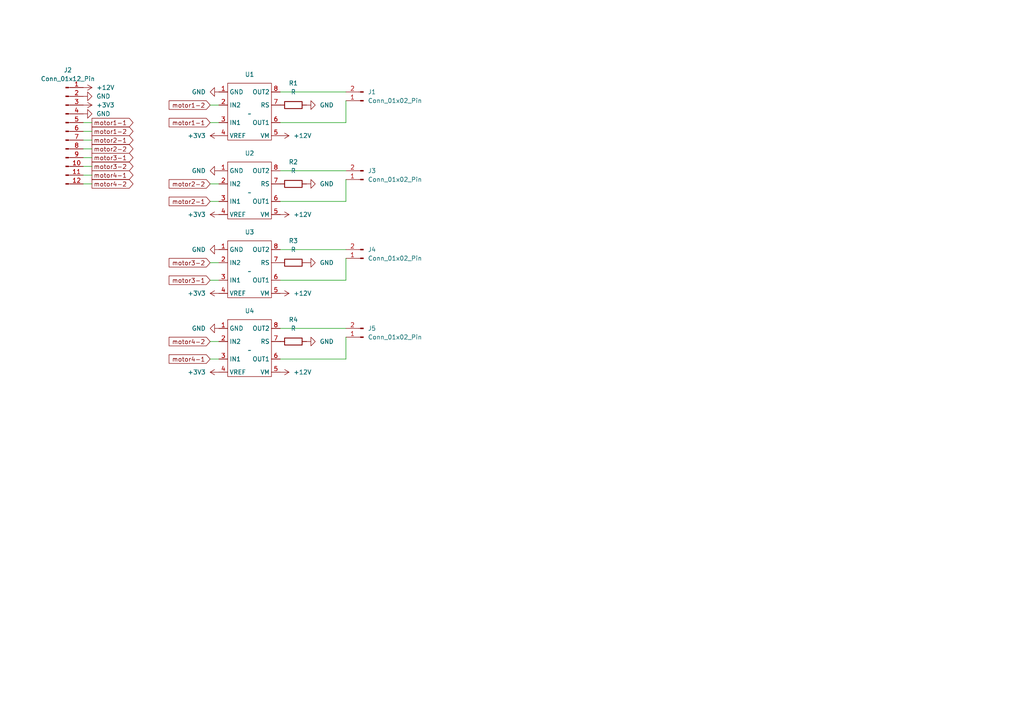
<source format=kicad_sch>
(kicad_sch (version 20230121) (generator eeschema)

  (uuid 4d8d6a23-b5cf-4e8c-b9e6-f9e6db6fbc10)

  (paper "A4")

  (lib_symbols
    (symbol "@md:md" (in_bom yes) (on_board yes)
      (property "Reference" "U" (at 0 0 0)
        (effects (font (size 1.27 1.27)))
      )
      (property "Value" "" (at 0 0 0)
        (effects (font (size 1.27 1.27)))
      )
      (property "Footprint" "" (at 0 0 0)
        (effects (font (size 1.27 1.27)) hide)
      )
      (property "Datasheet" "" (at 0 0 0)
        (effects (font (size 1.27 1.27)) hide)
      )
      (symbol "md_0_1"
        (rectangle (start -6.35 8.89) (end 6.35 -7.62)
          (stroke (width 0) (type default))
          (fill (type none))
        )
      )
      (symbol "md_1_1"
        (pin passive line (at -8.89 6.35 0) (length 2.54)
          (name "GND" (effects (font (size 1.27 1.27))))
          (number "1" (effects (font (size 1.27 1.27))))
        )
        (pin passive line (at -8.89 2.54 0) (length 2.54)
          (name "IN2" (effects (font (size 1.27 1.27))))
          (number "2" (effects (font (size 1.27 1.27))))
        )
        (pin passive line (at -8.89 -2.54 0) (length 2.54)
          (name "IN1" (effects (font (size 1.27 1.27))))
          (number "3" (effects (font (size 1.27 1.27))))
        )
        (pin passive line (at -8.89 -6.35 0) (length 2.54)
          (name "VREF" (effects (font (size 1.27 1.27))))
          (number "4" (effects (font (size 1.27 1.27))))
        )
        (pin passive line (at 8.89 -6.35 180) (length 2.54)
          (name "VM" (effects (font (size 1.27 1.27))))
          (number "5" (effects (font (size 1.27 1.27))))
        )
        (pin passive line (at 8.89 -2.54 180) (length 2.54)
          (name "OUT1" (effects (font (size 1.27 1.27))))
          (number "6" (effects (font (size 1.27 1.27))))
        )
        (pin passive line (at 8.89 2.54 180) (length 2.54)
          (name "RS" (effects (font (size 1.27 1.27))))
          (number "7" (effects (font (size 1.27 1.27))))
        )
        (pin passive line (at 8.89 6.35 180) (length 2.54)
          (name "OUT2" (effects (font (size 1.27 1.27))))
          (number "8" (effects (font (size 1.27 1.27))))
        )
      )
    )
    (symbol "Connector:Conn_01x02_Pin" (pin_names (offset 1.016) hide) (in_bom yes) (on_board yes)
      (property "Reference" "J" (at 0 2.54 0)
        (effects (font (size 1.27 1.27)))
      )
      (property "Value" "Conn_01x02_Pin" (at 0 -5.08 0)
        (effects (font (size 1.27 1.27)))
      )
      (property "Footprint" "" (at 0 0 0)
        (effects (font (size 1.27 1.27)) hide)
      )
      (property "Datasheet" "~" (at 0 0 0)
        (effects (font (size 1.27 1.27)) hide)
      )
      (property "ki_locked" "" (at 0 0 0)
        (effects (font (size 1.27 1.27)))
      )
      (property "ki_keywords" "connector" (at 0 0 0)
        (effects (font (size 1.27 1.27)) hide)
      )
      (property "ki_description" "Generic connector, single row, 01x02, script generated" (at 0 0 0)
        (effects (font (size 1.27 1.27)) hide)
      )
      (property "ki_fp_filters" "Connector*:*_1x??_*" (at 0 0 0)
        (effects (font (size 1.27 1.27)) hide)
      )
      (symbol "Conn_01x02_Pin_1_1"
        (polyline
          (pts
            (xy 1.27 -2.54)
            (xy 0.8636 -2.54)
          )
          (stroke (width 0.1524) (type default))
          (fill (type none))
        )
        (polyline
          (pts
            (xy 1.27 0)
            (xy 0.8636 0)
          )
          (stroke (width 0.1524) (type default))
          (fill (type none))
        )
        (rectangle (start 0.8636 -2.413) (end 0 -2.667)
          (stroke (width 0.1524) (type default))
          (fill (type outline))
        )
        (rectangle (start 0.8636 0.127) (end 0 -0.127)
          (stroke (width 0.1524) (type default))
          (fill (type outline))
        )
        (pin passive line (at 5.08 0 180) (length 3.81)
          (name "Pin_1" (effects (font (size 1.27 1.27))))
          (number "1" (effects (font (size 1.27 1.27))))
        )
        (pin passive line (at 5.08 -2.54 180) (length 3.81)
          (name "Pin_2" (effects (font (size 1.27 1.27))))
          (number "2" (effects (font (size 1.27 1.27))))
        )
      )
    )
    (symbol "Connector:Conn_01x12_Pin" (pin_names (offset 1.016) hide) (in_bom yes) (on_board yes)
      (property "Reference" "J" (at 0 15.24 0)
        (effects (font (size 1.27 1.27)))
      )
      (property "Value" "Conn_01x12_Pin" (at 0 -17.78 0)
        (effects (font (size 1.27 1.27)))
      )
      (property "Footprint" "" (at 0 0 0)
        (effects (font (size 1.27 1.27)) hide)
      )
      (property "Datasheet" "~" (at 0 0 0)
        (effects (font (size 1.27 1.27)) hide)
      )
      (property "ki_locked" "" (at 0 0 0)
        (effects (font (size 1.27 1.27)))
      )
      (property "ki_keywords" "connector" (at 0 0 0)
        (effects (font (size 1.27 1.27)) hide)
      )
      (property "ki_description" "Generic connector, single row, 01x12, script generated" (at 0 0 0)
        (effects (font (size 1.27 1.27)) hide)
      )
      (property "ki_fp_filters" "Connector*:*_1x??_*" (at 0 0 0)
        (effects (font (size 1.27 1.27)) hide)
      )
      (symbol "Conn_01x12_Pin_1_1"
        (polyline
          (pts
            (xy 1.27 -15.24)
            (xy 0.8636 -15.24)
          )
          (stroke (width 0.1524) (type default))
          (fill (type none))
        )
        (polyline
          (pts
            (xy 1.27 -12.7)
            (xy 0.8636 -12.7)
          )
          (stroke (width 0.1524) (type default))
          (fill (type none))
        )
        (polyline
          (pts
            (xy 1.27 -10.16)
            (xy 0.8636 -10.16)
          )
          (stroke (width 0.1524) (type default))
          (fill (type none))
        )
        (polyline
          (pts
            (xy 1.27 -7.62)
            (xy 0.8636 -7.62)
          )
          (stroke (width 0.1524) (type default))
          (fill (type none))
        )
        (polyline
          (pts
            (xy 1.27 -5.08)
            (xy 0.8636 -5.08)
          )
          (stroke (width 0.1524) (type default))
          (fill (type none))
        )
        (polyline
          (pts
            (xy 1.27 -2.54)
            (xy 0.8636 -2.54)
          )
          (stroke (width 0.1524) (type default))
          (fill (type none))
        )
        (polyline
          (pts
            (xy 1.27 0)
            (xy 0.8636 0)
          )
          (stroke (width 0.1524) (type default))
          (fill (type none))
        )
        (polyline
          (pts
            (xy 1.27 2.54)
            (xy 0.8636 2.54)
          )
          (stroke (width 0.1524) (type default))
          (fill (type none))
        )
        (polyline
          (pts
            (xy 1.27 5.08)
            (xy 0.8636 5.08)
          )
          (stroke (width 0.1524) (type default))
          (fill (type none))
        )
        (polyline
          (pts
            (xy 1.27 7.62)
            (xy 0.8636 7.62)
          )
          (stroke (width 0.1524) (type default))
          (fill (type none))
        )
        (polyline
          (pts
            (xy 1.27 10.16)
            (xy 0.8636 10.16)
          )
          (stroke (width 0.1524) (type default))
          (fill (type none))
        )
        (polyline
          (pts
            (xy 1.27 12.7)
            (xy 0.8636 12.7)
          )
          (stroke (width 0.1524) (type default))
          (fill (type none))
        )
        (rectangle (start 0.8636 -15.113) (end 0 -15.367)
          (stroke (width 0.1524) (type default))
          (fill (type outline))
        )
        (rectangle (start 0.8636 -12.573) (end 0 -12.827)
          (stroke (width 0.1524) (type default))
          (fill (type outline))
        )
        (rectangle (start 0.8636 -10.033) (end 0 -10.287)
          (stroke (width 0.1524) (type default))
          (fill (type outline))
        )
        (rectangle (start 0.8636 -7.493) (end 0 -7.747)
          (stroke (width 0.1524) (type default))
          (fill (type outline))
        )
        (rectangle (start 0.8636 -4.953) (end 0 -5.207)
          (stroke (width 0.1524) (type default))
          (fill (type outline))
        )
        (rectangle (start 0.8636 -2.413) (end 0 -2.667)
          (stroke (width 0.1524) (type default))
          (fill (type outline))
        )
        (rectangle (start 0.8636 0.127) (end 0 -0.127)
          (stroke (width 0.1524) (type default))
          (fill (type outline))
        )
        (rectangle (start 0.8636 2.667) (end 0 2.413)
          (stroke (width 0.1524) (type default))
          (fill (type outline))
        )
        (rectangle (start 0.8636 5.207) (end 0 4.953)
          (stroke (width 0.1524) (type default))
          (fill (type outline))
        )
        (rectangle (start 0.8636 7.747) (end 0 7.493)
          (stroke (width 0.1524) (type default))
          (fill (type outline))
        )
        (rectangle (start 0.8636 10.287) (end 0 10.033)
          (stroke (width 0.1524) (type default))
          (fill (type outline))
        )
        (rectangle (start 0.8636 12.827) (end 0 12.573)
          (stroke (width 0.1524) (type default))
          (fill (type outline))
        )
        (pin passive line (at 5.08 12.7 180) (length 3.81)
          (name "Pin_1" (effects (font (size 1.27 1.27))))
          (number "1" (effects (font (size 1.27 1.27))))
        )
        (pin passive line (at 5.08 -10.16 180) (length 3.81)
          (name "Pin_10" (effects (font (size 1.27 1.27))))
          (number "10" (effects (font (size 1.27 1.27))))
        )
        (pin passive line (at 5.08 -12.7 180) (length 3.81)
          (name "Pin_11" (effects (font (size 1.27 1.27))))
          (number "11" (effects (font (size 1.27 1.27))))
        )
        (pin passive line (at 5.08 -15.24 180) (length 3.81)
          (name "Pin_12" (effects (font (size 1.27 1.27))))
          (number "12" (effects (font (size 1.27 1.27))))
        )
        (pin passive line (at 5.08 10.16 180) (length 3.81)
          (name "Pin_2" (effects (font (size 1.27 1.27))))
          (number "2" (effects (font (size 1.27 1.27))))
        )
        (pin passive line (at 5.08 7.62 180) (length 3.81)
          (name "Pin_3" (effects (font (size 1.27 1.27))))
          (number "3" (effects (font (size 1.27 1.27))))
        )
        (pin passive line (at 5.08 5.08 180) (length 3.81)
          (name "Pin_4" (effects (font (size 1.27 1.27))))
          (number "4" (effects (font (size 1.27 1.27))))
        )
        (pin passive line (at 5.08 2.54 180) (length 3.81)
          (name "Pin_5" (effects (font (size 1.27 1.27))))
          (number "5" (effects (font (size 1.27 1.27))))
        )
        (pin passive line (at 5.08 0 180) (length 3.81)
          (name "Pin_6" (effects (font (size 1.27 1.27))))
          (number "6" (effects (font (size 1.27 1.27))))
        )
        (pin passive line (at 5.08 -2.54 180) (length 3.81)
          (name "Pin_7" (effects (font (size 1.27 1.27))))
          (number "7" (effects (font (size 1.27 1.27))))
        )
        (pin passive line (at 5.08 -5.08 180) (length 3.81)
          (name "Pin_8" (effects (font (size 1.27 1.27))))
          (number "8" (effects (font (size 1.27 1.27))))
        )
        (pin passive line (at 5.08 -7.62 180) (length 3.81)
          (name "Pin_9" (effects (font (size 1.27 1.27))))
          (number "9" (effects (font (size 1.27 1.27))))
        )
      )
    )
    (symbol "Device:R" (pin_numbers hide) (pin_names (offset 0)) (in_bom yes) (on_board yes)
      (property "Reference" "R" (at 2.032 0 90)
        (effects (font (size 1.27 1.27)))
      )
      (property "Value" "R" (at 0 0 90)
        (effects (font (size 1.27 1.27)))
      )
      (property "Footprint" "" (at -1.778 0 90)
        (effects (font (size 1.27 1.27)) hide)
      )
      (property "Datasheet" "~" (at 0 0 0)
        (effects (font (size 1.27 1.27)) hide)
      )
      (property "ki_keywords" "R res resistor" (at 0 0 0)
        (effects (font (size 1.27 1.27)) hide)
      )
      (property "ki_description" "Resistor" (at 0 0 0)
        (effects (font (size 1.27 1.27)) hide)
      )
      (property "ki_fp_filters" "R_*" (at 0 0 0)
        (effects (font (size 1.27 1.27)) hide)
      )
      (symbol "R_0_1"
        (rectangle (start -1.016 -2.54) (end 1.016 2.54)
          (stroke (width 0.254) (type default))
          (fill (type none))
        )
      )
      (symbol "R_1_1"
        (pin passive line (at 0 3.81 270) (length 1.27)
          (name "~" (effects (font (size 1.27 1.27))))
          (number "1" (effects (font (size 1.27 1.27))))
        )
        (pin passive line (at 0 -3.81 90) (length 1.27)
          (name "~" (effects (font (size 1.27 1.27))))
          (number "2" (effects (font (size 1.27 1.27))))
        )
      )
    )
    (symbol "power:+12V" (power) (pin_names (offset 0)) (in_bom yes) (on_board yes)
      (property "Reference" "#PWR" (at 0 -3.81 0)
        (effects (font (size 1.27 1.27)) hide)
      )
      (property "Value" "+12V" (at 0 3.556 0)
        (effects (font (size 1.27 1.27)))
      )
      (property "Footprint" "" (at 0 0 0)
        (effects (font (size 1.27 1.27)) hide)
      )
      (property "Datasheet" "" (at 0 0 0)
        (effects (font (size 1.27 1.27)) hide)
      )
      (property "ki_keywords" "global power" (at 0 0 0)
        (effects (font (size 1.27 1.27)) hide)
      )
      (property "ki_description" "Power symbol creates a global label with name \"+12V\"" (at 0 0 0)
        (effects (font (size 1.27 1.27)) hide)
      )
      (symbol "+12V_0_1"
        (polyline
          (pts
            (xy -0.762 1.27)
            (xy 0 2.54)
          )
          (stroke (width 0) (type default))
          (fill (type none))
        )
        (polyline
          (pts
            (xy 0 0)
            (xy 0 2.54)
          )
          (stroke (width 0) (type default))
          (fill (type none))
        )
        (polyline
          (pts
            (xy 0 2.54)
            (xy 0.762 1.27)
          )
          (stroke (width 0) (type default))
          (fill (type none))
        )
      )
      (symbol "+12V_1_1"
        (pin power_in line (at 0 0 90) (length 0) hide
          (name "+12V" (effects (font (size 1.27 1.27))))
          (number "1" (effects (font (size 1.27 1.27))))
        )
      )
    )
    (symbol "power:+3V3" (power) (pin_names (offset 0)) (in_bom yes) (on_board yes)
      (property "Reference" "#PWR" (at 0 -3.81 0)
        (effects (font (size 1.27 1.27)) hide)
      )
      (property "Value" "+3V3" (at 0 3.556 0)
        (effects (font (size 1.27 1.27)))
      )
      (property "Footprint" "" (at 0 0 0)
        (effects (font (size 1.27 1.27)) hide)
      )
      (property "Datasheet" "" (at 0 0 0)
        (effects (font (size 1.27 1.27)) hide)
      )
      (property "ki_keywords" "global power" (at 0 0 0)
        (effects (font (size 1.27 1.27)) hide)
      )
      (property "ki_description" "Power symbol creates a global label with name \"+3V3\"" (at 0 0 0)
        (effects (font (size 1.27 1.27)) hide)
      )
      (symbol "+3V3_0_1"
        (polyline
          (pts
            (xy -0.762 1.27)
            (xy 0 2.54)
          )
          (stroke (width 0) (type default))
          (fill (type none))
        )
        (polyline
          (pts
            (xy 0 0)
            (xy 0 2.54)
          )
          (stroke (width 0) (type default))
          (fill (type none))
        )
        (polyline
          (pts
            (xy 0 2.54)
            (xy 0.762 1.27)
          )
          (stroke (width 0) (type default))
          (fill (type none))
        )
      )
      (symbol "+3V3_1_1"
        (pin power_in line (at 0 0 90) (length 0) hide
          (name "+3V3" (effects (font (size 1.27 1.27))))
          (number "1" (effects (font (size 1.27 1.27))))
        )
      )
    )
    (symbol "power:GND" (power) (pin_names (offset 0)) (in_bom yes) (on_board yes)
      (property "Reference" "#PWR" (at 0 -6.35 0)
        (effects (font (size 1.27 1.27)) hide)
      )
      (property "Value" "GND" (at 0 -3.81 0)
        (effects (font (size 1.27 1.27)))
      )
      (property "Footprint" "" (at 0 0 0)
        (effects (font (size 1.27 1.27)) hide)
      )
      (property "Datasheet" "" (at 0 0 0)
        (effects (font (size 1.27 1.27)) hide)
      )
      (property "ki_keywords" "global power" (at 0 0 0)
        (effects (font (size 1.27 1.27)) hide)
      )
      (property "ki_description" "Power symbol creates a global label with name \"GND\" , ground" (at 0 0 0)
        (effects (font (size 1.27 1.27)) hide)
      )
      (symbol "GND_0_1"
        (polyline
          (pts
            (xy 0 0)
            (xy 0 -1.27)
            (xy 1.27 -1.27)
            (xy 0 -2.54)
            (xy -1.27 -1.27)
            (xy 0 -1.27)
          )
          (stroke (width 0) (type default))
          (fill (type none))
        )
      )
      (symbol "GND_1_1"
        (pin power_in line (at 0 0 270) (length 0) hide
          (name "GND" (effects (font (size 1.27 1.27))))
          (number "1" (effects (font (size 1.27 1.27))))
        )
      )
    )
  )


  (wire (pts (xy 24.13 43.18) (xy 26.67 43.18))
    (stroke (width 0) (type default))
    (uuid 011dc2d3-6a03-462e-8eb3-db0b8eb7026e)
  )
  (wire (pts (xy 60.96 53.34) (xy 63.5 53.34))
    (stroke (width 0) (type default))
    (uuid 0c2ba0ae-3162-43b0-bc90-4d095b37cd94)
  )
  (wire (pts (xy 60.96 76.2) (xy 63.5 76.2))
    (stroke (width 0) (type default))
    (uuid 0cf3b3a5-a0ad-4fcc-805b-9a5983ba9388)
  )
  (wire (pts (xy 100.33 81.28) (xy 100.33 74.93))
    (stroke (width 0) (type default))
    (uuid 0fbd487c-e718-4f9b-96a6-bbe6a4e83005)
  )
  (wire (pts (xy 100.33 58.42) (xy 100.33 52.07))
    (stroke (width 0) (type default))
    (uuid 2c62cbe6-93ad-4974-890d-67a925ddbc34)
  )
  (wire (pts (xy 24.13 35.56) (xy 26.67 35.56))
    (stroke (width 0) (type default))
    (uuid 3388e7b3-c0cb-41d3-a749-14e9e942a095)
  )
  (wire (pts (xy 60.96 58.42) (xy 63.5 58.42))
    (stroke (width 0) (type default))
    (uuid 4105c463-06ed-4650-92cc-c9f4684ebefa)
  )
  (wire (pts (xy 24.13 38.1) (xy 26.67 38.1))
    (stroke (width 0) (type default))
    (uuid 50ac9024-998c-4bf3-9204-e360935b3387)
  )
  (wire (pts (xy 60.96 104.14) (xy 63.5 104.14))
    (stroke (width 0) (type default))
    (uuid 5150b051-7543-4db8-b499-d18fc3d6cc02)
  )
  (wire (pts (xy 60.96 30.48) (xy 63.5 30.48))
    (stroke (width 0) (type default))
    (uuid 570e3b49-ced8-46ef-974d-a7a0049a8903)
  )
  (wire (pts (xy 81.28 81.28) (xy 100.33 81.28))
    (stroke (width 0) (type default))
    (uuid 6126f3b6-eac3-4549-bcd5-5ccd0d22654e)
  )
  (wire (pts (xy 81.28 58.42) (xy 100.33 58.42))
    (stroke (width 0) (type default))
    (uuid 69f4c0da-5c6e-4219-af7c-5a03ef484d83)
  )
  (wire (pts (xy 100.33 35.56) (xy 100.33 29.21))
    (stroke (width 0) (type default))
    (uuid 75c4a97c-3ac4-4cf3-b186-dc9ff6d0b95f)
  )
  (wire (pts (xy 24.13 40.64) (xy 26.67 40.64))
    (stroke (width 0) (type default))
    (uuid 7682d970-f889-4527-a446-dd3411453be7)
  )
  (wire (pts (xy 81.28 35.56) (xy 100.33 35.56))
    (stroke (width 0) (type default))
    (uuid 8ba62b8b-8e49-475d-8cc0-5db6baa25bd9)
  )
  (wire (pts (xy 60.96 99.06) (xy 63.5 99.06))
    (stroke (width 0) (type default))
    (uuid 961664ba-6e21-463f-be90-960d53f868ca)
  )
  (wire (pts (xy 24.13 50.8) (xy 26.67 50.8))
    (stroke (width 0) (type default))
    (uuid a560047d-baf3-4f14-baec-fb2e79dea55d)
  )
  (wire (pts (xy 100.33 104.14) (xy 100.33 97.79))
    (stroke (width 0) (type default))
    (uuid a867740f-2a5b-4f38-b57b-5f39513b927b)
  )
  (wire (pts (xy 81.28 49.53) (xy 100.33 49.53))
    (stroke (width 0) (type default))
    (uuid a86b908c-e75e-49c9-81a4-c171749a5cd5)
  )
  (wire (pts (xy 60.96 81.28) (xy 63.5 81.28))
    (stroke (width 0) (type default))
    (uuid ad17cf7b-daa9-48cd-9ae1-2722132055d6)
  )
  (wire (pts (xy 60.96 35.56) (xy 63.5 35.56))
    (stroke (width 0) (type default))
    (uuid c5a53ad6-f38b-4d39-8d7c-3c4e079822f2)
  )
  (wire (pts (xy 81.28 104.14) (xy 100.33 104.14))
    (stroke (width 0) (type default))
    (uuid d1668d40-8bac-424c-8f55-d97598143b93)
  )
  (wire (pts (xy 24.13 48.26) (xy 26.67 48.26))
    (stroke (width 0) (type default))
    (uuid d39b231c-9e41-40d5-9093-afe38e17a0f9)
  )
  (wire (pts (xy 24.13 45.72) (xy 26.67 45.72))
    (stroke (width 0) (type default))
    (uuid d3fafadd-21a8-423e-ab32-88fc65f6da3e)
  )
  (wire (pts (xy 81.28 95.25) (xy 100.33 95.25))
    (stroke (width 0) (type default))
    (uuid d7bb88ad-0a9a-4c87-be2c-20ae8797f5ea)
  )
  (wire (pts (xy 81.28 26.67) (xy 100.33 26.67))
    (stroke (width 0) (type default))
    (uuid e9003ea0-5e24-46be-b1dc-5416cea615ca)
  )
  (wire (pts (xy 24.13 53.34) (xy 26.67 53.34))
    (stroke (width 0) (type default))
    (uuid efa27369-9529-4fbe-86a5-2abb86cce0b1)
  )
  (wire (pts (xy 81.28 72.39) (xy 100.33 72.39))
    (stroke (width 0) (type default))
    (uuid f247744d-2f85-47cd-a5a8-437c3187717c)
  )

  (global_label "motor3-2" (shape output) (at 26.67 48.26 0) (fields_autoplaced)
    (effects (font (size 1.27 1.27)) (justify left))
    (uuid 00bf1e4c-a2a1-4341-b006-80bb95fab95b)
    (property "Intersheetrefs" "${INTERSHEET_REFS}" (at 39.1498 48.26 0)
      (effects (font (size 1.27 1.27)) (justify left) hide)
    )
  )
  (global_label "motor3-1" (shape output) (at 26.67 45.72 0) (fields_autoplaced)
    (effects (font (size 1.27 1.27)) (justify left))
    (uuid 115b7437-338a-4a41-b693-e4b40af6c536)
    (property "Intersheetrefs" "${INTERSHEET_REFS}" (at 39.1498 45.72 0)
      (effects (font (size 1.27 1.27)) (justify left) hide)
    )
  )
  (global_label "motor2-2" (shape input) (at 60.96 53.34 180) (fields_autoplaced)
    (effects (font (size 1.27 1.27)) (justify right))
    (uuid 14068a5d-e4e1-4da1-8c3a-3efb238b9bf8)
    (property "Intersheetrefs" "${INTERSHEET_REFS}" (at 48.4802 53.34 0)
      (effects (font (size 1.27 1.27)) (justify right) hide)
    )
  )
  (global_label "motor2-1" (shape output) (at 26.67 40.64 0) (fields_autoplaced)
    (effects (font (size 1.27 1.27)) (justify left))
    (uuid 1d9bdd4a-f7b2-4139-9cc4-c627d9e1293f)
    (property "Intersheetrefs" "${INTERSHEET_REFS}" (at 39.1498 40.64 0)
      (effects (font (size 1.27 1.27)) (justify left) hide)
    )
  )
  (global_label "motor4-2" (shape output) (at 26.67 53.34 0) (fields_autoplaced)
    (effects (font (size 1.27 1.27)) (justify left))
    (uuid 2beafd6d-099f-4c6f-af23-cc198994abf8)
    (property "Intersheetrefs" "${INTERSHEET_REFS}" (at 39.1498 53.34 0)
      (effects (font (size 1.27 1.27)) (justify left) hide)
    )
  )
  (global_label "motor1-1" (shape output) (at 26.67 35.56 0) (fields_autoplaced)
    (effects (font (size 1.27 1.27)) (justify left))
    (uuid 3aa9857e-d9c4-49a5-88a6-01dc90bbd019)
    (property "Intersheetrefs" "${INTERSHEET_REFS}" (at 39.1498 35.56 0)
      (effects (font (size 1.27 1.27)) (justify left) hide)
    )
  )
  (global_label "motor1-1" (shape input) (at 60.96 35.56 180) (fields_autoplaced)
    (effects (font (size 1.27 1.27)) (justify right))
    (uuid 3bac356c-8f89-44a0-ac32-923f2c49a7a7)
    (property "Intersheetrefs" "${INTERSHEET_REFS}" (at 48.4802 35.56 0)
      (effects (font (size 1.27 1.27)) (justify right) hide)
    )
  )
  (global_label "motor1-2" (shape output) (at 26.67 38.1 0) (fields_autoplaced)
    (effects (font (size 1.27 1.27)) (justify left))
    (uuid 8804d9b9-219f-4279-809a-c7dcdf5d3a23)
    (property "Intersheetrefs" "${INTERSHEET_REFS}" (at 39.1498 38.1 0)
      (effects (font (size 1.27 1.27)) (justify left) hide)
    )
  )
  (global_label "motor4-2" (shape input) (at 60.96 99.06 180) (fields_autoplaced)
    (effects (font (size 1.27 1.27)) (justify right))
    (uuid ae07e7b2-185a-48d5-bb4b-76e9c496be05)
    (property "Intersheetrefs" "${INTERSHEET_REFS}" (at 48.4802 99.06 0)
      (effects (font (size 1.27 1.27)) (justify right) hide)
    )
  )
  (global_label "motor3-1" (shape input) (at 60.96 81.28 180) (fields_autoplaced)
    (effects (font (size 1.27 1.27)) (justify right))
    (uuid c3a8f2fe-1b85-4bd3-9a4f-d4f1a6ae9f95)
    (property "Intersheetrefs" "${INTERSHEET_REFS}" (at 48.4802 81.28 0)
      (effects (font (size 1.27 1.27)) (justify right) hide)
    )
  )
  (global_label "motor2-2" (shape output) (at 26.67 43.18 0) (fields_autoplaced)
    (effects (font (size 1.27 1.27)) (justify left))
    (uuid c7dbb23e-e042-4296-b871-fb9ebc3f7f30)
    (property "Intersheetrefs" "${INTERSHEET_REFS}" (at 39.1498 43.18 0)
      (effects (font (size 1.27 1.27)) (justify left) hide)
    )
  )
  (global_label "motor4-1" (shape output) (at 26.67 50.8 0) (fields_autoplaced)
    (effects (font (size 1.27 1.27)) (justify left))
    (uuid cd302cf3-cd60-40d1-bda7-6f0fff062bbf)
    (property "Intersheetrefs" "${INTERSHEET_REFS}" (at 39.1498 50.8 0)
      (effects (font (size 1.27 1.27)) (justify left) hide)
    )
  )
  (global_label "motor4-1" (shape input) (at 60.96 104.14 180) (fields_autoplaced)
    (effects (font (size 1.27 1.27)) (justify right))
    (uuid d6547928-e194-4f85-9f00-8cd2bbe7c53b)
    (property "Intersheetrefs" "${INTERSHEET_REFS}" (at 48.4802 104.14 0)
      (effects (font (size 1.27 1.27)) (justify right) hide)
    )
  )
  (global_label "motor2-1" (shape input) (at 60.96 58.42 180) (fields_autoplaced)
    (effects (font (size 1.27 1.27)) (justify right))
    (uuid da9d0d8f-9da3-4cc1-bd8e-b4c5dce2fff2)
    (property "Intersheetrefs" "${INTERSHEET_REFS}" (at 48.4802 58.42 0)
      (effects (font (size 1.27 1.27)) (justify right) hide)
    )
  )
  (global_label "motor3-2" (shape input) (at 60.96 76.2 180) (fields_autoplaced)
    (effects (font (size 1.27 1.27)) (justify right))
    (uuid f01fa3fc-dae8-403b-8131-5c91e03e28e2)
    (property "Intersheetrefs" "${INTERSHEET_REFS}" (at 48.4802 76.2 0)
      (effects (font (size 1.27 1.27)) (justify right) hide)
    )
  )
  (global_label "motor1-2" (shape input) (at 60.96 30.48 180) (fields_autoplaced)
    (effects (font (size 1.27 1.27)) (justify right))
    (uuid fdf0074d-f446-438b-ac19-85b8767cc320)
    (property "Intersheetrefs" "${INTERSHEET_REFS}" (at 48.4802 30.48 0)
      (effects (font (size 1.27 1.27)) (justify right) hide)
    )
  )

  (symbol (lib_id "@md:md") (at 72.39 78.74 0) (unit 1)
    (in_bom yes) (on_board yes) (dnp no) (fields_autoplaced)
    (uuid 0164ad48-018d-4fc7-b8cb-4c7cb0a5073b)
    (property "Reference" "U3" (at 72.39 67.31 0)
      (effects (font (size 1.27 1.27)))
    )
    (property "Value" "~" (at 72.39 78.74 0)
      (effects (font (size 1.27 1.27)))
    )
    (property "Footprint" "" (at 72.39 78.74 0)
      (effects (font (size 1.27 1.27)) hide)
    )
    (property "Datasheet" "" (at 72.39 78.74 0)
      (effects (font (size 1.27 1.27)) hide)
    )
    (pin "3" (uuid 7e240a61-d7b3-4737-a10d-f9ac7f70c95c))
    (pin "6" (uuid d1b33f2e-1496-43b1-b950-1b3a437788a8))
    (pin "8" (uuid 42259c6a-459e-4b04-8169-0846d739e343))
    (pin "1" (uuid 32c9cdb1-7e7c-4a8e-83a4-67f4439eb12c))
    (pin "4" (uuid 3f0aea40-58f0-4d4f-8925-83d1974ca39c))
    (pin "2" (uuid bfd82f39-2ca9-4dcf-ba8c-b8eecb120b01))
    (pin "7" (uuid 0e4286f2-7e5b-429c-b62a-fcb4c10d5b66))
    (pin "5" (uuid 83a82a50-6b0c-403b-aac9-05993c48496c))
    (instances
      (project "motor driver"
        (path "/4d8d6a23-b5cf-4e8c-b9e6-f9e6db6fbc10"
          (reference "U3") (unit 1)
        )
      )
    )
  )

  (symbol (lib_id "@md:md") (at 72.39 33.02 0) (unit 1)
    (in_bom yes) (on_board yes) (dnp no) (fields_autoplaced)
    (uuid 01b00454-c8ce-49e8-a948-705ffdb612f1)
    (property "Reference" "U1" (at 72.39 21.59 0)
      (effects (font (size 1.27 1.27)))
    )
    (property "Value" "~" (at 72.39 33.02 0)
      (effects (font (size 1.27 1.27)))
    )
    (property "Footprint" "" (at 72.39 33.02 0)
      (effects (font (size 1.27 1.27)) hide)
    )
    (property "Datasheet" "" (at 72.39 33.02 0)
      (effects (font (size 1.27 1.27)) hide)
    )
    (pin "3" (uuid 926e50c3-b27c-4771-8f15-81b4bb7646b7))
    (pin "6" (uuid 80f4e020-91ac-451e-ae55-e1c1522a8397))
    (pin "8" (uuid 049ed0a2-bfd1-4909-8695-2ad18fff676f))
    (pin "1" (uuid 88e09313-274a-43a1-b212-e1f55a0e3aeb))
    (pin "4" (uuid 70ffc08a-8c8f-40e3-a950-739b5d0ff495))
    (pin "2" (uuid a426944f-4a39-45eb-a018-c91f0ef48987))
    (pin "7" (uuid e60903c8-54a8-41cf-bbf2-6f6e44cbcecf))
    (pin "5" (uuid f91c7e9b-8b02-4849-945c-3cac639f7201))
    (instances
      (project "motor driver"
        (path "/4d8d6a23-b5cf-4e8c-b9e6-f9e6db6fbc10"
          (reference "U1") (unit 1)
        )
      )
    )
  )

  (symbol (lib_id "power:+3V3") (at 63.5 62.23 90) (unit 1)
    (in_bom yes) (on_board yes) (dnp no) (fields_autoplaced)
    (uuid 0adc0198-8953-43c7-92ca-67d8548a4e1c)
    (property "Reference" "#PWR010" (at 67.31 62.23 0)
      (effects (font (size 1.27 1.27)) hide)
    )
    (property "Value" "+3V3" (at 59.69 62.23 90)
      (effects (font (size 1.27 1.27)) (justify left))
    )
    (property "Footprint" "" (at 63.5 62.23 0)
      (effects (font (size 1.27 1.27)) hide)
    )
    (property "Datasheet" "" (at 63.5 62.23 0)
      (effects (font (size 1.27 1.27)) hide)
    )
    (pin "1" (uuid e67c8f5c-a508-447a-9198-8e70f6149aa8))
    (instances
      (project "motor driver"
        (path "/4d8d6a23-b5cf-4e8c-b9e6-f9e6db6fbc10"
          (reference "#PWR010") (unit 1)
        )
      )
    )
  )

  (symbol (lib_id "Connector:Conn_01x02_Pin") (at 105.41 97.79 180) (unit 1)
    (in_bom yes) (on_board yes) (dnp no) (fields_autoplaced)
    (uuid 0caa46a5-78c0-449b-9183-ad0aa41c67d9)
    (property "Reference" "J5" (at 106.68 95.25 0)
      (effects (font (size 1.27 1.27)) (justify right))
    )
    (property "Value" "Conn_01x02_Pin" (at 106.68 97.79 0)
      (effects (font (size 1.27 1.27)) (justify right))
    )
    (property "Footprint" "" (at 105.41 97.79 0)
      (effects (font (size 1.27 1.27)) hide)
    )
    (property "Datasheet" "~" (at 105.41 97.79 0)
      (effects (font (size 1.27 1.27)) hide)
    )
    (pin "1" (uuid d49f9920-3667-4528-b1e0-37feedc85d3f))
    (pin "2" (uuid 15340014-a746-4700-8c7a-7760b2f72bec))
    (instances
      (project "motor driver"
        (path "/4d8d6a23-b5cf-4e8c-b9e6-f9e6db6fbc10"
          (reference "J5") (unit 1)
        )
      )
    )
  )

  (symbol (lib_id "Device:R") (at 85.09 30.48 90) (unit 1)
    (in_bom yes) (on_board yes) (dnp no) (fields_autoplaced)
    (uuid 1124f4f3-9da4-41ae-84aa-91eaa63c6a31)
    (property "Reference" "R1" (at 85.09 24.13 90)
      (effects (font (size 1.27 1.27)))
    )
    (property "Value" "R" (at 85.09 26.67 90)
      (effects (font (size 1.27 1.27)))
    )
    (property "Footprint" "" (at 85.09 32.258 90)
      (effects (font (size 1.27 1.27)) hide)
    )
    (property "Datasheet" "~" (at 85.09 30.48 0)
      (effects (font (size 1.27 1.27)) hide)
    )
    (pin "1" (uuid 946b961a-ba89-43ae-9c23-e97b9e3ff17e))
    (pin "2" (uuid a6781727-4668-408e-bcbf-93419fa0176e))
    (instances
      (project "motor driver"
        (path "/4d8d6a23-b5cf-4e8c-b9e6-f9e6db6fbc10"
          (reference "R1") (unit 1)
        )
      )
    )
  )

  (symbol (lib_id "Device:R") (at 85.09 53.34 90) (unit 1)
    (in_bom yes) (on_board yes) (dnp no) (fields_autoplaced)
    (uuid 1fc6de19-1a78-4719-9e75-c27ce1bbb5d4)
    (property "Reference" "R2" (at 85.09 46.99 90)
      (effects (font (size 1.27 1.27)))
    )
    (property "Value" "R" (at 85.09 49.53 90)
      (effects (font (size 1.27 1.27)))
    )
    (property "Footprint" "" (at 85.09 55.118 90)
      (effects (font (size 1.27 1.27)) hide)
    )
    (property "Datasheet" "~" (at 85.09 53.34 0)
      (effects (font (size 1.27 1.27)) hide)
    )
    (pin "1" (uuid 58eff855-28bb-41e7-81b9-ebd7d2a04a15))
    (pin "2" (uuid b46af682-7f95-430d-a47a-5fd98ded80d0))
    (instances
      (project "motor driver"
        (path "/4d8d6a23-b5cf-4e8c-b9e6-f9e6db6fbc10"
          (reference "R2") (unit 1)
        )
      )
    )
  )

  (symbol (lib_id "power:+3V3") (at 24.13 30.48 270) (unit 1)
    (in_bom yes) (on_board yes) (dnp no) (fields_autoplaced)
    (uuid 2377a375-233e-44ce-80c6-5c676478b550)
    (property "Reference" "#PWR05" (at 20.32 30.48 0)
      (effects (font (size 1.27 1.27)) hide)
    )
    (property "Value" "+3V3" (at 27.94 30.48 90)
      (effects (font (size 1.27 1.27)) (justify left))
    )
    (property "Footprint" "" (at 24.13 30.48 0)
      (effects (font (size 1.27 1.27)) hide)
    )
    (property "Datasheet" "" (at 24.13 30.48 0)
      (effects (font (size 1.27 1.27)) hide)
    )
    (pin "1" (uuid ad1a5910-9681-4a6e-842d-4c530d133a0a))
    (instances
      (project "motor driver"
        (path "/4d8d6a23-b5cf-4e8c-b9e6-f9e6db6fbc10"
          (reference "#PWR05") (unit 1)
        )
      )
    )
  )

  (symbol (lib_id "power:GND") (at 24.13 33.02 90) (unit 1)
    (in_bom yes) (on_board yes) (dnp no) (fields_autoplaced)
    (uuid 2643ff19-318b-4be6-a5f9-283fd394000e)
    (property "Reference" "#PWR06" (at 30.48 33.02 0)
      (effects (font (size 1.27 1.27)) hide)
    )
    (property "Value" "GND" (at 27.94 33.02 90)
      (effects (font (size 1.27 1.27)) (justify right))
    )
    (property "Footprint" "" (at 24.13 33.02 0)
      (effects (font (size 1.27 1.27)) hide)
    )
    (property "Datasheet" "" (at 24.13 33.02 0)
      (effects (font (size 1.27 1.27)) hide)
    )
    (pin "1" (uuid 3ace633f-e9d9-449f-b438-1ecb406248dc))
    (instances
      (project "motor driver"
        (path "/4d8d6a23-b5cf-4e8c-b9e6-f9e6db6fbc10"
          (reference "#PWR06") (unit 1)
        )
      )
    )
  )

  (symbol (lib_id "power:GND") (at 63.5 95.25 270) (unit 1)
    (in_bom yes) (on_board yes) (dnp no) (fields_autoplaced)
    (uuid 26838710-7abb-4ca5-a720-b58b5ad39741)
    (property "Reference" "#PWR017" (at 57.15 95.25 0)
      (effects (font (size 1.27 1.27)) hide)
    )
    (property "Value" "GND" (at 59.69 95.25 90)
      (effects (font (size 1.27 1.27)) (justify right))
    )
    (property "Footprint" "" (at 63.5 95.25 0)
      (effects (font (size 1.27 1.27)) hide)
    )
    (property "Datasheet" "" (at 63.5 95.25 0)
      (effects (font (size 1.27 1.27)) hide)
    )
    (pin "1" (uuid f0543988-65f2-4fbd-b137-a8eb803b8050))
    (instances
      (project "motor driver"
        (path "/4d8d6a23-b5cf-4e8c-b9e6-f9e6db6fbc10"
          (reference "#PWR017") (unit 1)
        )
      )
    )
  )

  (symbol (lib_id "Connector:Conn_01x02_Pin") (at 105.41 52.07 180) (unit 1)
    (in_bom yes) (on_board yes) (dnp no) (fields_autoplaced)
    (uuid 30c8b89a-9771-43f4-9ca1-b9fd4ee76ba4)
    (property "Reference" "J3" (at 106.68 49.53 0)
      (effects (font (size 1.27 1.27)) (justify right))
    )
    (property "Value" "Conn_01x02_Pin" (at 106.68 52.07 0)
      (effects (font (size 1.27 1.27)) (justify right))
    )
    (property "Footprint" "" (at 105.41 52.07 0)
      (effects (font (size 1.27 1.27)) hide)
    )
    (property "Datasheet" "~" (at 105.41 52.07 0)
      (effects (font (size 1.27 1.27)) hide)
    )
    (pin "1" (uuid 78533f0d-668c-427b-a263-8968aa241239))
    (pin "2" (uuid a050b1c7-4479-430b-959d-b39544ddf186))
    (instances
      (project "motor driver"
        (path "/4d8d6a23-b5cf-4e8c-b9e6-f9e6db6fbc10"
          (reference "J3") (unit 1)
        )
      )
    )
  )

  (symbol (lib_id "@md:md") (at 72.39 101.6 0) (unit 1)
    (in_bom yes) (on_board yes) (dnp no) (fields_autoplaced)
    (uuid 3239ee34-2e46-4f3b-8885-8141a20a7be3)
    (property "Reference" "U4" (at 72.39 90.17 0)
      (effects (font (size 1.27 1.27)))
    )
    (property "Value" "~" (at 72.39 101.6 0)
      (effects (font (size 1.27 1.27)))
    )
    (property "Footprint" "" (at 72.39 101.6 0)
      (effects (font (size 1.27 1.27)) hide)
    )
    (property "Datasheet" "" (at 72.39 101.6 0)
      (effects (font (size 1.27 1.27)) hide)
    )
    (pin "3" (uuid d32246c6-fca0-4654-8364-1225714ed181))
    (pin "6" (uuid 800587c4-e5b0-4ace-b22b-64a92da363d3))
    (pin "8" (uuid 98d2b799-ebd5-47f7-913d-3151851db948))
    (pin "1" (uuid 782e7956-029a-4740-8ff7-bf3348211751))
    (pin "4" (uuid 9548e1e7-d6e4-4dd9-9633-8b5b7b1857fb))
    (pin "2" (uuid 266ce540-f8ff-444d-bfe0-16e29500e15e))
    (pin "7" (uuid f226119a-5843-4001-8f54-34f7e8eb8651))
    (pin "5" (uuid 1cf903c2-30ba-4056-a914-20da4d224345))
    (instances
      (project "motor driver"
        (path "/4d8d6a23-b5cf-4e8c-b9e6-f9e6db6fbc10"
          (reference "U4") (unit 1)
        )
      )
    )
  )

  (symbol (lib_id "power:GND") (at 24.13 27.94 90) (unit 1)
    (in_bom yes) (on_board yes) (dnp no) (fields_autoplaced)
    (uuid 33fe3063-24dd-4394-abec-95d733f21f5d)
    (property "Reference" "#PWR01" (at 30.48 27.94 0)
      (effects (font (size 1.27 1.27)) hide)
    )
    (property "Value" "GND" (at 27.94 27.94 90)
      (effects (font (size 1.27 1.27)) (justify right))
    )
    (property "Footprint" "" (at 24.13 27.94 0)
      (effects (font (size 1.27 1.27)) hide)
    )
    (property "Datasheet" "" (at 24.13 27.94 0)
      (effects (font (size 1.27 1.27)) hide)
    )
    (pin "1" (uuid 78f8037d-3cc0-4005-8886-e6227b25ab37))
    (instances
      (project "motor driver"
        (path "/4d8d6a23-b5cf-4e8c-b9e6-f9e6db6fbc10"
          (reference "#PWR01") (unit 1)
        )
      )
    )
  )

  (symbol (lib_id "power:+12V") (at 81.28 107.95 270) (unit 1)
    (in_bom yes) (on_board yes) (dnp no) (fields_autoplaced)
    (uuid 3e08e257-2881-495f-a311-c6556159c9b4)
    (property "Reference" "#PWR019" (at 77.47 107.95 0)
      (effects (font (size 1.27 1.27)) hide)
    )
    (property "Value" "+12V" (at 85.09 107.95 90)
      (effects (font (size 1.27 1.27)) (justify left))
    )
    (property "Footprint" "" (at 81.28 107.95 0)
      (effects (font (size 1.27 1.27)) hide)
    )
    (property "Datasheet" "" (at 81.28 107.95 0)
      (effects (font (size 1.27 1.27)) hide)
    )
    (pin "1" (uuid f315853b-a390-4dee-bed3-2458dd571763))
    (instances
      (project "motor driver"
        (path "/4d8d6a23-b5cf-4e8c-b9e6-f9e6db6fbc10"
          (reference "#PWR019") (unit 1)
        )
      )
    )
  )

  (symbol (lib_id "power:+12V") (at 81.28 85.09 270) (unit 1)
    (in_bom yes) (on_board yes) (dnp no) (fields_autoplaced)
    (uuid 47776c9d-79d5-465f-842e-36720f52b82c)
    (property "Reference" "#PWR015" (at 77.47 85.09 0)
      (effects (font (size 1.27 1.27)) hide)
    )
    (property "Value" "+12V" (at 85.09 85.09 90)
      (effects (font (size 1.27 1.27)) (justify left))
    )
    (property "Footprint" "" (at 81.28 85.09 0)
      (effects (font (size 1.27 1.27)) hide)
    )
    (property "Datasheet" "" (at 81.28 85.09 0)
      (effects (font (size 1.27 1.27)) hide)
    )
    (pin "1" (uuid 8d258c5a-fbe3-4ffb-9ce4-91d6f01311be))
    (instances
      (project "motor driver"
        (path "/4d8d6a23-b5cf-4e8c-b9e6-f9e6db6fbc10"
          (reference "#PWR015") (unit 1)
        )
      )
    )
  )

  (symbol (lib_id "power:GND") (at 63.5 49.53 270) (unit 1)
    (in_bom yes) (on_board yes) (dnp no) (fields_autoplaced)
    (uuid 4f53a625-361b-4745-a8c9-7ecb30197a80)
    (property "Reference" "#PWR09" (at 57.15 49.53 0)
      (effects (font (size 1.27 1.27)) hide)
    )
    (property "Value" "GND" (at 59.69 49.53 90)
      (effects (font (size 1.27 1.27)) (justify right))
    )
    (property "Footprint" "" (at 63.5 49.53 0)
      (effects (font (size 1.27 1.27)) hide)
    )
    (property "Datasheet" "" (at 63.5 49.53 0)
      (effects (font (size 1.27 1.27)) hide)
    )
    (pin "1" (uuid 37295626-bafd-403a-9a0c-1a34293938a1))
    (instances
      (project "motor driver"
        (path "/4d8d6a23-b5cf-4e8c-b9e6-f9e6db6fbc10"
          (reference "#PWR09") (unit 1)
        )
      )
    )
  )

  (symbol (lib_id "Device:R") (at 85.09 99.06 90) (unit 1)
    (in_bom yes) (on_board yes) (dnp no) (fields_autoplaced)
    (uuid 521dbd6e-ffbe-4751-87a5-a5f71089e33e)
    (property "Reference" "R4" (at 85.09 92.71 90)
      (effects (font (size 1.27 1.27)))
    )
    (property "Value" "R" (at 85.09 95.25 90)
      (effects (font (size 1.27 1.27)))
    )
    (property "Footprint" "" (at 85.09 100.838 90)
      (effects (font (size 1.27 1.27)) hide)
    )
    (property "Datasheet" "~" (at 85.09 99.06 0)
      (effects (font (size 1.27 1.27)) hide)
    )
    (pin "1" (uuid 693031bb-6a91-4959-a439-33964a007c07))
    (pin "2" (uuid d8859669-3d63-4882-a742-fd5e44d5e477))
    (instances
      (project "motor driver"
        (path "/4d8d6a23-b5cf-4e8c-b9e6-f9e6db6fbc10"
          (reference "R4") (unit 1)
        )
      )
    )
  )

  (symbol (lib_id "power:+3V3") (at 63.5 107.95 90) (unit 1)
    (in_bom yes) (on_board yes) (dnp no) (fields_autoplaced)
    (uuid 628a859e-814d-4103-91e4-cceba4cff736)
    (property "Reference" "#PWR018" (at 67.31 107.95 0)
      (effects (font (size 1.27 1.27)) hide)
    )
    (property "Value" "+3V3" (at 59.69 107.95 90)
      (effects (font (size 1.27 1.27)) (justify left))
    )
    (property "Footprint" "" (at 63.5 107.95 0)
      (effects (font (size 1.27 1.27)) hide)
    )
    (property "Datasheet" "" (at 63.5 107.95 0)
      (effects (font (size 1.27 1.27)) hide)
    )
    (pin "1" (uuid 03816c8b-e770-48fd-bcaa-ec64a83cd531))
    (instances
      (project "motor driver"
        (path "/4d8d6a23-b5cf-4e8c-b9e6-f9e6db6fbc10"
          (reference "#PWR018") (unit 1)
        )
      )
    )
  )

  (symbol (lib_id "Device:R") (at 85.09 76.2 90) (unit 1)
    (in_bom yes) (on_board yes) (dnp no) (fields_autoplaced)
    (uuid 67cdbc3e-3269-4b09-80cf-b41a3be554c4)
    (property "Reference" "R3" (at 85.09 69.85 90)
      (effects (font (size 1.27 1.27)))
    )
    (property "Value" "R" (at 85.09 72.39 90)
      (effects (font (size 1.27 1.27)))
    )
    (property "Footprint" "" (at 85.09 77.978 90)
      (effects (font (size 1.27 1.27)) hide)
    )
    (property "Datasheet" "~" (at 85.09 76.2 0)
      (effects (font (size 1.27 1.27)) hide)
    )
    (pin "1" (uuid 5d6e03c2-b102-42fb-a5a2-4d6af7d88dc4))
    (pin "2" (uuid 0e79af3a-4b9d-4005-83d9-5fab57f4c3db))
    (instances
      (project "motor driver"
        (path "/4d8d6a23-b5cf-4e8c-b9e6-f9e6db6fbc10"
          (reference "R3") (unit 1)
        )
      )
    )
  )

  (symbol (lib_id "power:GND") (at 63.5 72.39 270) (unit 1)
    (in_bom yes) (on_board yes) (dnp no) (fields_autoplaced)
    (uuid 6f63543c-9e77-451e-b7c2-3fa0cf084713)
    (property "Reference" "#PWR013" (at 57.15 72.39 0)
      (effects (font (size 1.27 1.27)) hide)
    )
    (property "Value" "GND" (at 59.69 72.39 90)
      (effects (font (size 1.27 1.27)) (justify right))
    )
    (property "Footprint" "" (at 63.5 72.39 0)
      (effects (font (size 1.27 1.27)) hide)
    )
    (property "Datasheet" "" (at 63.5 72.39 0)
      (effects (font (size 1.27 1.27)) hide)
    )
    (pin "1" (uuid 125755a1-7aed-4037-8af5-f585a280e71b))
    (instances
      (project "motor driver"
        (path "/4d8d6a23-b5cf-4e8c-b9e6-f9e6db6fbc10"
          (reference "#PWR013") (unit 1)
        )
      )
    )
  )

  (symbol (lib_id "power:GND") (at 88.9 53.34 90) (unit 1)
    (in_bom yes) (on_board yes) (dnp no) (fields_autoplaced)
    (uuid 7ff04368-3cdd-426a-ae54-ac890ffef168)
    (property "Reference" "#PWR012" (at 95.25 53.34 0)
      (effects (font (size 1.27 1.27)) hide)
    )
    (property "Value" "GND" (at 92.71 53.34 90)
      (effects (font (size 1.27 1.27)) (justify right))
    )
    (property "Footprint" "" (at 88.9 53.34 0)
      (effects (font (size 1.27 1.27)) hide)
    )
    (property "Datasheet" "" (at 88.9 53.34 0)
      (effects (font (size 1.27 1.27)) hide)
    )
    (pin "1" (uuid 4c447b6d-ef7d-442f-9ae0-f9f02a2189fd))
    (instances
      (project "motor driver"
        (path "/4d8d6a23-b5cf-4e8c-b9e6-f9e6db6fbc10"
          (reference "#PWR012") (unit 1)
        )
      )
    )
  )

  (symbol (lib_id "Connector:Conn_01x12_Pin") (at 19.05 38.1 0) (unit 1)
    (in_bom yes) (on_board yes) (dnp no) (fields_autoplaced)
    (uuid 86f0e523-ac3f-4b22-89b2-42ba69ab9ad0)
    (property "Reference" "J2" (at 19.685 20.32 0)
      (effects (font (size 1.27 1.27)))
    )
    (property "Value" "Conn_01x12_Pin" (at 19.685 22.86 0)
      (effects (font (size 1.27 1.27)))
    )
    (property "Footprint" "" (at 19.05 38.1 0)
      (effects (font (size 1.27 1.27)) hide)
    )
    (property "Datasheet" "~" (at 19.05 38.1 0)
      (effects (font (size 1.27 1.27)) hide)
    )
    (pin "1" (uuid ec4da71f-d8cb-407c-8ae2-4e7e293cca87))
    (pin "10" (uuid f65c91a9-d887-4586-875e-dfe65d1fe210))
    (pin "8" (uuid 2c60bca5-75e5-426a-ae33-ab2242f1188b))
    (pin "4" (uuid 5d74bfd8-8254-4b69-837e-183df95926d7))
    (pin "2" (uuid 845f27c8-dca7-49e4-837f-17e19f007a49))
    (pin "6" (uuid 4abb9dda-da18-425b-a240-b985bc51cd92))
    (pin "9" (uuid 7ed7245b-9752-4015-8fb8-350e832d0665))
    (pin "5" (uuid bd9ea802-c1ec-47ae-b7cb-358022ad2d83))
    (pin "3" (uuid 464a2feb-1716-42d9-9432-01d1df87c8e9))
    (pin "11" (uuid f3e4f9d9-d790-4966-a8d7-decc3e577961))
    (pin "7" (uuid 5df8aafd-a9df-4ede-8fc9-b919a494b201))
    (pin "12" (uuid 45cc69e0-4a15-4f26-8d65-4e616706c1db))
    (instances
      (project "motor driver"
        (path "/4d8d6a23-b5cf-4e8c-b9e6-f9e6db6fbc10"
          (reference "J2") (unit 1)
        )
      )
    )
  )

  (symbol (lib_id "power:+12V") (at 24.13 25.4 270) (unit 1)
    (in_bom yes) (on_board yes) (dnp no) (fields_autoplaced)
    (uuid 8dd81cbb-2dd0-4ae3-9290-bc1e60cf08a1)
    (property "Reference" "#PWR02" (at 20.32 25.4 0)
      (effects (font (size 1.27 1.27)) hide)
    )
    (property "Value" "+12V" (at 27.94 25.4 90)
      (effects (font (size 1.27 1.27)) (justify left))
    )
    (property "Footprint" "" (at 24.13 25.4 0)
      (effects (font (size 1.27 1.27)) hide)
    )
    (property "Datasheet" "" (at 24.13 25.4 0)
      (effects (font (size 1.27 1.27)) hide)
    )
    (pin "1" (uuid fb07e1e4-32eb-4a09-81df-2e8256b2527d))
    (instances
      (project "motor driver"
        (path "/4d8d6a23-b5cf-4e8c-b9e6-f9e6db6fbc10"
          (reference "#PWR02") (unit 1)
        )
      )
    )
  )

  (symbol (lib_id "@md:md") (at 72.39 55.88 0) (unit 1)
    (in_bom yes) (on_board yes) (dnp no) (fields_autoplaced)
    (uuid a3081daf-f09c-4170-b5ca-38237f61a16e)
    (property "Reference" "U2" (at 72.39 44.45 0)
      (effects (font (size 1.27 1.27)))
    )
    (property "Value" "~" (at 72.39 55.88 0)
      (effects (font (size 1.27 1.27)))
    )
    (property "Footprint" "" (at 72.39 55.88 0)
      (effects (font (size 1.27 1.27)) hide)
    )
    (property "Datasheet" "" (at 72.39 55.88 0)
      (effects (font (size 1.27 1.27)) hide)
    )
    (pin "3" (uuid 69d83e68-cfaa-4134-a1f6-03e211b8b314))
    (pin "6" (uuid b8599b55-4e09-4f5e-9966-b92cb8e73c9b))
    (pin "8" (uuid 159f9700-6216-4bcb-9862-0308435724cc))
    (pin "1" (uuid ea652719-6d13-4063-ac0d-dd7f402608c1))
    (pin "4" (uuid debf333d-667a-4b98-bb47-f4966de6fb6e))
    (pin "2" (uuid 41814f5b-92f2-47f4-98ea-1d6e626b04f6))
    (pin "7" (uuid 5765ff64-1a21-4544-bf90-8ebe278d8cf1))
    (pin "5" (uuid 9363311f-da3e-47df-a988-277b653e7e9e))
    (instances
      (project "motor driver"
        (path "/4d8d6a23-b5cf-4e8c-b9e6-f9e6db6fbc10"
          (reference "U2") (unit 1)
        )
      )
    )
  )

  (symbol (lib_id "power:GND") (at 88.9 30.48 90) (unit 1)
    (in_bom yes) (on_board yes) (dnp no) (fields_autoplaced)
    (uuid a3a0546b-2301-45a2-982b-690baf52956c)
    (property "Reference" "#PWR08" (at 95.25 30.48 0)
      (effects (font (size 1.27 1.27)) hide)
    )
    (property "Value" "GND" (at 92.71 30.48 90)
      (effects (font (size 1.27 1.27)) (justify right))
    )
    (property "Footprint" "" (at 88.9 30.48 0)
      (effects (font (size 1.27 1.27)) hide)
    )
    (property "Datasheet" "" (at 88.9 30.48 0)
      (effects (font (size 1.27 1.27)) hide)
    )
    (pin "1" (uuid bf0deca0-8174-4f89-8d83-64c4fc4af2aa))
    (instances
      (project "motor driver"
        (path "/4d8d6a23-b5cf-4e8c-b9e6-f9e6db6fbc10"
          (reference "#PWR08") (unit 1)
        )
      )
    )
  )

  (symbol (lib_id "Connector:Conn_01x02_Pin") (at 105.41 29.21 180) (unit 1)
    (in_bom yes) (on_board yes) (dnp no) (fields_autoplaced)
    (uuid b56453d5-27a9-45a7-93e8-9c44ae448f6e)
    (property "Reference" "J1" (at 106.68 26.67 0)
      (effects (font (size 1.27 1.27)) (justify right))
    )
    (property "Value" "Conn_01x02_Pin" (at 106.68 29.21 0)
      (effects (font (size 1.27 1.27)) (justify right))
    )
    (property "Footprint" "" (at 105.41 29.21 0)
      (effects (font (size 1.27 1.27)) hide)
    )
    (property "Datasheet" "~" (at 105.41 29.21 0)
      (effects (font (size 1.27 1.27)) hide)
    )
    (pin "1" (uuid 94774a71-b7a2-4a25-9dbb-536ef18ed7fd))
    (pin "2" (uuid 4d22330e-106d-423f-8bea-9732e6d91697))
    (instances
      (project "motor driver"
        (path "/4d8d6a23-b5cf-4e8c-b9e6-f9e6db6fbc10"
          (reference "J1") (unit 1)
        )
      )
    )
  )

  (symbol (lib_id "power:GND") (at 88.9 76.2 90) (unit 1)
    (in_bom yes) (on_board yes) (dnp no) (fields_autoplaced)
    (uuid bed582a9-fb8e-46b3-b960-b93bebb810f4)
    (property "Reference" "#PWR016" (at 95.25 76.2 0)
      (effects (font (size 1.27 1.27)) hide)
    )
    (property "Value" "GND" (at 92.71 76.2 90)
      (effects (font (size 1.27 1.27)) (justify right))
    )
    (property "Footprint" "" (at 88.9 76.2 0)
      (effects (font (size 1.27 1.27)) hide)
    )
    (property "Datasheet" "" (at 88.9 76.2 0)
      (effects (font (size 1.27 1.27)) hide)
    )
    (pin "1" (uuid 9e7b856e-4a4f-4a7a-95a9-6b53fd64cf37))
    (instances
      (project "motor driver"
        (path "/4d8d6a23-b5cf-4e8c-b9e6-f9e6db6fbc10"
          (reference "#PWR016") (unit 1)
        )
      )
    )
  )

  (symbol (lib_id "power:+12V") (at 81.28 39.37 270) (unit 1)
    (in_bom yes) (on_board yes) (dnp no) (fields_autoplaced)
    (uuid c4565fe3-7f5a-4ec9-b443-acb57cb94593)
    (property "Reference" "#PWR03" (at 77.47 39.37 0)
      (effects (font (size 1.27 1.27)) hide)
    )
    (property "Value" "+12V" (at 85.09 39.37 90)
      (effects (font (size 1.27 1.27)) (justify left))
    )
    (property "Footprint" "" (at 81.28 39.37 0)
      (effects (font (size 1.27 1.27)) hide)
    )
    (property "Datasheet" "" (at 81.28 39.37 0)
      (effects (font (size 1.27 1.27)) hide)
    )
    (pin "1" (uuid b0c960ec-9098-47e6-8347-4878b4d202db))
    (instances
      (project "motor driver"
        (path "/4d8d6a23-b5cf-4e8c-b9e6-f9e6db6fbc10"
          (reference "#PWR03") (unit 1)
        )
      )
    )
  )

  (symbol (lib_id "power:GND") (at 63.5 26.67 270) (unit 1)
    (in_bom yes) (on_board yes) (dnp no) (fields_autoplaced)
    (uuid c6838dc5-f16f-48cb-b7db-90fbcec4fff1)
    (property "Reference" "#PWR04" (at 57.15 26.67 0)
      (effects (font (size 1.27 1.27)) hide)
    )
    (property "Value" "GND" (at 59.69 26.67 90)
      (effects (font (size 1.27 1.27)) (justify right))
    )
    (property "Footprint" "" (at 63.5 26.67 0)
      (effects (font (size 1.27 1.27)) hide)
    )
    (property "Datasheet" "" (at 63.5 26.67 0)
      (effects (font (size 1.27 1.27)) hide)
    )
    (pin "1" (uuid dae2d1b4-3de4-4682-be0e-c6b8ebf3b8ad))
    (instances
      (project "motor driver"
        (path "/4d8d6a23-b5cf-4e8c-b9e6-f9e6db6fbc10"
          (reference "#PWR04") (unit 1)
        )
      )
    )
  )

  (symbol (lib_id "power:+3V3") (at 63.5 85.09 90) (unit 1)
    (in_bom yes) (on_board yes) (dnp no) (fields_autoplaced)
    (uuid c79e04f5-b70e-46e9-a42c-5f18a840521e)
    (property "Reference" "#PWR014" (at 67.31 85.09 0)
      (effects (font (size 1.27 1.27)) hide)
    )
    (property "Value" "+3V3" (at 59.69 85.09 90)
      (effects (font (size 1.27 1.27)) (justify left))
    )
    (property "Footprint" "" (at 63.5 85.09 0)
      (effects (font (size 1.27 1.27)) hide)
    )
    (property "Datasheet" "" (at 63.5 85.09 0)
      (effects (font (size 1.27 1.27)) hide)
    )
    (pin "1" (uuid b5c9a2cb-5049-4238-9132-84449d5db3ba))
    (instances
      (project "motor driver"
        (path "/4d8d6a23-b5cf-4e8c-b9e6-f9e6db6fbc10"
          (reference "#PWR014") (unit 1)
        )
      )
    )
  )

  (symbol (lib_id "power:+3V3") (at 63.5 39.37 90) (unit 1)
    (in_bom yes) (on_board yes) (dnp no) (fields_autoplaced)
    (uuid df4a16b3-4b35-4780-bd00-fc6e2dc91582)
    (property "Reference" "#PWR07" (at 67.31 39.37 0)
      (effects (font (size 1.27 1.27)) hide)
    )
    (property "Value" "+3V3" (at 59.69 39.37 90)
      (effects (font (size 1.27 1.27)) (justify left))
    )
    (property "Footprint" "" (at 63.5 39.37 0)
      (effects (font (size 1.27 1.27)) hide)
    )
    (property "Datasheet" "" (at 63.5 39.37 0)
      (effects (font (size 1.27 1.27)) hide)
    )
    (pin "1" (uuid e2e19daf-5e99-4bfe-bca0-1176721d38cf))
    (instances
      (project "motor driver"
        (path "/4d8d6a23-b5cf-4e8c-b9e6-f9e6db6fbc10"
          (reference "#PWR07") (unit 1)
        )
      )
    )
  )

  (symbol (lib_id "Connector:Conn_01x02_Pin") (at 105.41 74.93 180) (unit 1)
    (in_bom yes) (on_board yes) (dnp no) (fields_autoplaced)
    (uuid df7c0315-3161-4938-890c-76de9bff951d)
    (property "Reference" "J4" (at 106.68 72.39 0)
      (effects (font (size 1.27 1.27)) (justify right))
    )
    (property "Value" "Conn_01x02_Pin" (at 106.68 74.93 0)
      (effects (font (size 1.27 1.27)) (justify right))
    )
    (property "Footprint" "" (at 105.41 74.93 0)
      (effects (font (size 1.27 1.27)) hide)
    )
    (property "Datasheet" "~" (at 105.41 74.93 0)
      (effects (font (size 1.27 1.27)) hide)
    )
    (pin "1" (uuid acce942b-69d5-4f5f-84c8-678a24cc8830))
    (pin "2" (uuid 3028b80d-0237-4b01-b6d4-65c71791ffb8))
    (instances
      (project "motor driver"
        (path "/4d8d6a23-b5cf-4e8c-b9e6-f9e6db6fbc10"
          (reference "J4") (unit 1)
        )
      )
    )
  )

  (symbol (lib_id "power:+12V") (at 81.28 62.23 270) (unit 1)
    (in_bom yes) (on_board yes) (dnp no) (fields_autoplaced)
    (uuid f6684498-f0a2-4a16-bc14-b9e848295218)
    (property "Reference" "#PWR011" (at 77.47 62.23 0)
      (effects (font (size 1.27 1.27)) hide)
    )
    (property "Value" "+12V" (at 85.09 62.23 90)
      (effects (font (size 1.27 1.27)) (justify left))
    )
    (property "Footprint" "" (at 81.28 62.23 0)
      (effects (font (size 1.27 1.27)) hide)
    )
    (property "Datasheet" "" (at 81.28 62.23 0)
      (effects (font (size 1.27 1.27)) hide)
    )
    (pin "1" (uuid 1fecfc46-b494-4987-b9f2-7430db3ca083))
    (instances
      (project "motor driver"
        (path "/4d8d6a23-b5cf-4e8c-b9e6-f9e6db6fbc10"
          (reference "#PWR011") (unit 1)
        )
      )
    )
  )

  (symbol (lib_id "power:GND") (at 88.9 99.06 90) (unit 1)
    (in_bom yes) (on_board yes) (dnp no) (fields_autoplaced)
    (uuid f82e85c1-cb2f-4b86-a671-2969c9ba1fd5)
    (property "Reference" "#PWR020" (at 95.25 99.06 0)
      (effects (font (size 1.27 1.27)) hide)
    )
    (property "Value" "GND" (at 92.71 99.06 90)
      (effects (font (size 1.27 1.27)) (justify right))
    )
    (property "Footprint" "" (at 88.9 99.06 0)
      (effects (font (size 1.27 1.27)) hide)
    )
    (property "Datasheet" "" (at 88.9 99.06 0)
      (effects (font (size 1.27 1.27)) hide)
    )
    (pin "1" (uuid 89cf2cc1-ae72-47a8-84ce-313b3b7316c6))
    (instances
      (project "motor driver"
        (path "/4d8d6a23-b5cf-4e8c-b9e6-f9e6db6fbc10"
          (reference "#PWR020") (unit 1)
        )
      )
    )
  )

  (sheet_instances
    (path "/" (page "1"))
  )
)

</source>
